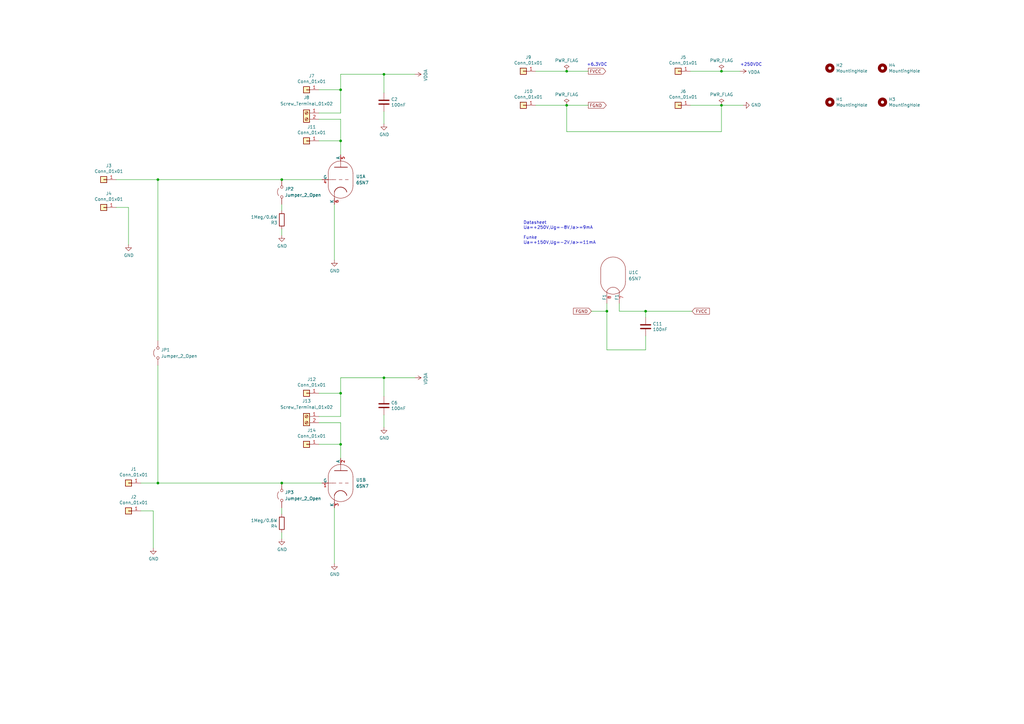
<source format=kicad_sch>
(kicad_sch (version 20231120) (generator "eeschema") (generator_version "8.0")
  (paper "A3")
  (title_block (title "Test Setup 6SN7") (date "2024-08-04") (rev "V1"))
  (lib_symbols
    (symbol "6SN7_1" (pin_names (offset 0))
      (property "Reference" "U" (at 3.302 7.874 0))
      (property "Value" "6SN7" (at 8.89 -7.62 0))
      (symbol "6SN7_1_0_1"
        (arc (start -5.08 -2.54) (mid 0 -7.5979) (end 5.08 -2.54))
        (polyline (pts (xy 5.08 2.54) (xy 5.08 -2.54)))
        (polyline (pts (xy -5.08 2.54) (xy -5.08 -2.54) (xy -5.08 -2.54)))
        (arc (start 5.08 2.54) (mid 0 7.5979) (end -5.08 2.54))
      )
      (symbol "6SN7_1_1_0"
        (polyline (pts (xy -2.54 -5.08) (xy -2.54 -7.62)))
        (polyline (pts (xy 0 5.08) (xy 0 7.62)))
      )
      (symbol "6SN7_1_1_1"
        (polyline (pts (xy -5.08 0) (xy -3.175 0)))
        (polyline (pts (xy -1.905 0) (xy -3.175 0)) (stroke (width 0.1524)))
        (polyline (pts (xy -0.635 0) (xy 0.635 0)) (stroke (width 0.1524)))
        (polyline (pts (xy 1.905 0) (xy 3.175 0)) (stroke (width 0.1524)))
        (polyline (pts (xy -2.54 5.08) (xy 2.794 5.08) (xy 2.794 5.08)) (stroke (width 0.254)))
        (arc (start 2.54 -5.08) (mid 0 -3.0968) (end -2.54 -5.08) (stroke (width 0.254)))
        (pin input line (at -7.62 0 0) (length 2.54) (name "G") (number "4"))
        (pin output line (at 0 10.16 270) (length 2.54) (name "A") (number "5"))
        (pin bidirectional line (at -2.54 -10.16 90) (length 2.54) (name "K") (number "6"))
      )
      (symbol "6SN7_1_2_0"
        (polyline (pts (xy -2.54 -5.08) (xy -2.54 -7.62)))
        (polyline (pts (xy 0 5.08) (xy 0 7.62)))
      )
      (symbol "6SN7_1_2_1"
        (polyline (pts (xy -5.08 0) (xy -3.175 0)))
        (polyline (pts (xy -1.905 0) (xy -3.175 0)) (stroke (width 0.1524)))
        (polyline (pts (xy -0.635 0) (xy 0.635 0)) (stroke (width 0.1524)))
        (polyline (pts (xy 1.905 0) (xy 3.175 0)) (stroke (width 0.1524)))
        (polyline (pts (xy -2.54 5.08) (xy 2.794 5.08) (xy 2.794 5.08)) (stroke (width 0.254)))
        (arc (start 2.54 -5.08) (mid 0 -3.0968) (end -2.54 -5.08) (stroke (width 0.254)))
        (pin input line (at -7.62 0 0) (length 2.54) (name "G") (number "1"))
        (pin output line (at 0 10.16 270) (length 2.54) (name "A") (number "2"))
        (pin bidirectional line (at -2.54 -10.16 90) (length 2.54) (name "K") (number "3"))
      )
      (symbol "6SN7_1_3_1"
        (arc (start 2.54 -6.35) (mid 0 -4.7847) (end -2.54 -6.35))
        (pin power_in line (at 2.54 -11.43 90) (length 5.08) (name "F1") (number "7"))
        (pin power_in line (at -2.54 -11.43 90) (length 5.08) (name "F1") (number "8"))
      )
    )
    (symbol "6SN7_2" (pin_names (offset 0))
      (property "Reference" "U" (at 3.302 7.874 0))
      (property "Value" "6SN7" (at 8.89 -7.62 0))
      (symbol "6SN7_2_0_1"
        (arc (start -5.08 -2.54) (mid 0 -7.5979) (end 5.08 -2.54))
        (polyline (pts (xy 5.08 2.54) (xy 5.08 -2.54)))
        (polyline (pts (xy -5.08 2.54) (xy -5.08 -2.54) (xy -5.08 -2.54)))
        (arc (start 5.08 2.54) (mid 0 7.5979) (end -5.08 2.54))
      )
      (symbol "6SN7_2_1_0"
        (polyline (pts (xy -2.54 -5.08) (xy -2.54 -7.62)))
        (polyline (pts (xy 0 5.08) (xy 0 7.62)))
      )
      (symbol "6SN7_2_1_1"
        (polyline (pts (xy -5.08 0) (xy -3.175 0)))
        (polyline (pts (xy -1.905 0) (xy -3.175 0)) (stroke (width 0.1524)))
        (polyline (pts (xy -0.635 0) (xy 0.635 0)) (stroke (width 0.1524)))
        (polyline (pts (xy 1.905 0) (xy 3.175 0)) (stroke (width 0.1524)))
        (polyline (pts (xy -2.54 5.08) (xy 2.794 5.08) (xy 2.794 5.08)) (stroke (width 0.254)))
        (arc (start 2.54 -5.08) (mid 0 -3.0968) (end -2.54 -5.08) (stroke (width 0.254)))
        (pin input line (at -7.62 0 0) (length 2.54) (name "G") (number "4"))
        (pin output line (at 0 10.16 270) (length 2.54) (name "A") (number "5"))
        (pin bidirectional line (at -2.54 -10.16 90) (length 2.54) (name "K") (number "6"))
      )
      (symbol "6SN7_2_2_0"
        (polyline (pts (xy -2.54 -5.08) (xy -2.54 -7.62)))
        (polyline (pts (xy 0 5.08) (xy 0 7.62)))
      )
      (symbol "6SN7_2_2_1"
        (polyline (pts (xy -5.08 0) (xy -3.175 0)))
        (polyline (pts (xy -1.905 0) (xy -3.175 0)) (stroke (width 0.1524)))
        (polyline (pts (xy -0.635 0) (xy 0.635 0)) (stroke (width 0.1524)))
        (polyline (pts (xy 1.905 0) (xy 3.175 0)) (stroke (width 0.1524)))
        (polyline (pts (xy -2.54 5.08) (xy 2.794 5.08) (xy 2.794 5.08)) (stroke (width 0.254)))
        (arc (start 2.54 -5.08) (mid 0 -3.0968) (end -2.54 -5.08) (stroke (width 0.254)))
        (pin input line (at -7.62 0 0) (length 2.54) (name "G") (number "1"))
        (pin output line (at 0 10.16 270) (length 2.54) (name "A") (number "2"))
        (pin bidirectional line (at -2.54 -10.16 90) (length 2.54) (name "K") (number "3"))
      )
      (symbol "6SN7_2_3_1"
        (arc (start 2.54 -6.35) (mid 0 -4.7847) (end -2.54 -6.35))
        (pin power_in line (at 2.54 -11.43 90) (length 5.08) (name "F1") (number "7"))
        (pin power_in line (at -2.54 -11.43 90) (length 5.08) (name "F1") (number "8"))
      )
    )
    (symbol "Connector:Screw_Terminal_01x02" (pin_names (offset 1.016) hide)
      (property "Reference" "J" (at 0 2.54 0))
      (property "Value" "Screw_Terminal_01x02" (at 0 -5.08 0))
      (symbol "Screw_Terminal_01x02_1_1"
        (rectangle (start -1.27 1.27) (end 1.27 -3.81) (stroke (width 0.254)) (fill (type background)))
        (circle (center 0 -2.54) (radius 0.635) (stroke (width 0.1524)))
        (polyline (pts (xy -0.5334 -2.2098) (xy 0.3302 -3.048)) (stroke (width 0.1524)))
        (polyline (pts (xy -0.5334 0.3302) (xy 0.3302 -0.508)) (stroke (width 0.1524)))
        (polyline (pts (xy -0.3556 -2.032) (xy 0.508 -2.8702)) (stroke (width 0.1524)))
        (polyline (pts (xy -0.3556 0.508) (xy 0.508 -0.3302)) (stroke (width 0.1524)))
        (circle (center 0 0) (radius 0.635) (stroke (width 0.1524)))
        (pin passive line (at -5.08 0 0) (length 3.81) (name "Pin_1") (number "1"))
        (pin passive line (at -5.08 -2.54 0) (length 3.81) (name "Pin_2") (number "2"))
      )
    )
    (symbol "Connector_Generic:Conn_01x01" (pin_names (offset 1.016) hide)
      (property "Reference" "J" (at 0 2.54 0))
      (property "Value" "Conn_01x01" (at 0 -2.54 0))
      (symbol "Conn_01x01_1_1"
        (rectangle (start -1.27 0.127) (end 0 -0.127) (stroke (width 0.1524)))
        (rectangle (start -1.27 1.27) (end 1.27 -1.27) (stroke (width 0.254)) (fill (type background)))
        (pin passive line (at -5.08 0 0) (length 3.81) (name "Pin_1") (number "1"))
      )
    )
    (symbol "Device:C" (pin_numbers hide) (pin_names (offset 0.254))
      (property "Reference" "C" (at 0.635 2.54 0))
      (property "Value" "C" (at 0.635 -2.54 0))
      (symbol "C_0_1"
        (polyline (pts (xy -2.032 -0.762) (xy 2.032 -0.762)) (stroke (width 0.508)))
        (polyline (pts (xy -2.032 0.762) (xy 2.032 0.762)) (stroke (width 0.508)))
      )
      (symbol "C_1_1"
        (pin passive line (at 0 3.81 270) (length 2.794) (name "~") (number "1"))
        (pin passive line (at 0 -3.81 90) (length 2.794) (name "~") (number "2"))
      )
    )
    (symbol "Device:R" (pin_numbers hide) (pin_names (offset 0))
      (property "Reference" "R" (at 2.032 0 90))
      (property "Value" "R" (at 0 0 90))
      (symbol "R_0_1"
        (rectangle (start -1.016 -2.54) (end 1.016 2.54) (stroke (width 0.254)))
      )
      (symbol "R_1_1"
        (pin passive line (at 0 3.81 270) (length 1.27) (name "~") (number "1"))
        (pin passive line (at 0 -3.81 90) (length 1.27) (name "~") (number "2"))
      )
    )
    (symbol "Jumper:Jumper_2_Open" (pin_numbers hide) (pin_names (offset 0) hide) (exclude_from_sim yes)
      (property "Reference" "JP" (at 0 2.794 0))
      (property "Value" "Jumper_2_Open" (at 0 -2.286 0))
      (symbol "Jumper_2_Open_0_0"
        (circle (center -2.032 0) (radius 0.508))
        (circle (center 2.032 0) (radius 0.508))
      )
      (symbol "Jumper_2_Open_0_1"
        (arc (start 1.524 1.27) (mid 0 1.778) (end -1.524 1.27))
      )
      (symbol "Jumper_2_Open_1_1"
        (pin passive line (at -5.08 0 0) (length 2.54) (name "A") (number "1"))
        (pin passive line (at 5.08 0 180) (length 2.54) (name "B") (number "2"))
      )
    )
    (symbol "Mechanical:MountingHole" (pin_names (offset 1.016))
      (property "Reference" "H" (at 0 5.08 0))
      (property "Value" "MountingHole" (at 0 3.175 0))
      (symbol "MountingHole_0_1"
        (circle (center 0 0) (radius 1.27) (stroke (width 1.27)))
      )
    )
    (symbol "kicad-snk:6SN7" (pin_names (offset 0))
      (property "Reference" "U" (at 3.302 7.874 0))
      (property "Value" "6SN7" (at 8.89 -7.62 0))
      (symbol "6SN7_0_1"
        (arc (start -5.08 -2.54) (mid 0 -7.5979) (end 5.08 -2.54))
        (polyline (pts (xy 5.08 2.54) (xy 5.08 -2.54)))
        (polyline (pts (xy -5.08 2.54) (xy -5.08 -2.54) (xy -5.08 -2.54)))
        (arc (start 5.08 2.54) (mid 0 7.5979) (end -5.08 2.54))
      )
      (symbol "6SN7_1_0"
        (polyline (pts (xy -2.54 -5.08) (xy -2.54 -7.62)))
        (polyline (pts (xy 0 5.08) (xy 0 7.62)))
      )
      (symbol "6SN7_1_1"
        (polyline (pts (xy -5.08 0) (xy -3.175 0)))
        (polyline (pts (xy -1.905 0) (xy -3.175 0)) (stroke (width 0.1524)))
        (polyline (pts (xy -0.635 0) (xy 0.635 0)) (stroke (width 0.1524)))
        (polyline (pts (xy 1.905 0) (xy 3.175 0)) (stroke (width 0.1524)))
        (polyline (pts (xy -2.54 5.08) (xy 2.794 5.08) (xy 2.794 5.08)) (stroke (width 0.254)))
        (arc (start 2.54 -5.08) (mid 0 -3.0968) (end -2.54 -5.08) (stroke (width 0.254)))
        (pin input line (at -7.62 0 0) (length 2.54) (name "G") (number "4"))
        (pin output line (at 0 10.16 270) (length 2.54) (name "A") (number "5"))
        (pin bidirectional line (at -2.54 -10.16 90) (length 2.54) (name "K") (number "6"))
      )
      (symbol "6SN7_2_0"
        (polyline (pts (xy -2.54 -5.08) (xy -2.54 -7.62)))
        (polyline (pts (xy 0 5.08) (xy 0 7.62)))
      )
      (symbol "6SN7_2_1"
        (polyline (pts (xy -5.08 0) (xy -3.175 0)))
        (polyline (pts (xy -1.905 0) (xy -3.175 0)) (stroke (width 0.1524)))
        (polyline (pts (xy -0.635 0) (xy 0.635 0)) (stroke (width 0.1524)))
        (polyline (pts (xy 1.905 0) (xy 3.175 0)) (stroke (width 0.1524)))
        (polyline (pts (xy -2.54 5.08) (xy 2.794 5.08) (xy 2.794 5.08)) (stroke (width 0.254)))
        (arc (start 2.54 -5.08) (mid 0 -3.0968) (end -2.54 -5.08) (stroke (width 0.254)))
        (pin input line (at -7.62 0 0) (length 2.54) (name "G") (number "1"))
        (pin output line (at 0 10.16 270) (length 2.54) (name "A") (number "2"))
        (pin bidirectional line (at -2.54 -10.16 90) (length 2.54) (name "K") (number "3"))
      )
      (symbol "6SN7_3_1"
        (polyline (pts (xy 0 7.62) (xy 0 -1.27)) (stroke (width 0) (type dash)))
        (arc (start 2.54 -6.35) (mid 0 -4.7847) (end -2.54 -6.35))
        (pin power_in line (at 2.54 -11.43 90) (length 5.08) (name "F1") (number "7"))
        (pin power_in line (at -2.54 -11.43 90) (length 5.08) (name "F1") (number "8"))
        (pin passive line (at 0 12.7 270) (length 5.08) (name "S") (number "9"))
      )
    )
    (symbol "power:GND" (power) (pin_names (offset 0))
      (property "Value" "GND" (at 0 -3.81 0))
      (symbol "GND_0_1"
        (polyline (pts (xy 0 0) (xy 0 -1.27) (xy 1.27 -1.27) (xy 0 -2.54) (xy -1.27 -1.27) (xy 0 -1.27)))
      )
      (symbol "GND_1_1"
        (pin power_in line (at 0 0 270) (length 0) hide (name "GND") (number "1"))
      )
    )
    (symbol "power:PWR_FLAG" (power) (pin_numbers hide) (pin_names (offset 0) hide)
      (property "Value" "PWR_FLAG" (at 0 3.81 0))
      (symbol "PWR_FLAG_0_0"
        (pin power_out line (at 0 0 90) (length 0) (name "pwr") (number "1"))
      )
      (symbol "PWR_FLAG_0_1"
        (polyline (pts (xy 0 0) (xy 0 1.27) (xy -1.016 1.905) (xy 0 2.54) (xy 1.016 1.905) (xy 0 1.27)))
      )
    )
    (symbol "power:VDDA" (power) (pin_names (offset 0))
      (property "Value" "VDDA" (at 0 3.81 0))
      (symbol "VDDA_0_1"
        (polyline (pts (xy -0.762 1.27) (xy 0 2.54)))
        (polyline (pts (xy 0 0) (xy 0 2.54)))
        (polyline (pts (xy 0 2.54) (xy 0.762 1.27)))
      )
      (symbol "VDDA_1_1"
        (pin power_in line (at 0 0 90) (length 0) hide (name "VDDA") (number "1"))
      )
    )
  )
  (junction (at 64.77 73.66))
  (junction (at 115.57 73.66))
  (junction (at 157.48 154.94))
  (junction (at 248.92 127.635))
  (junction (at 295.91 43.18))
  (junction (at 139.7 182.245))
  (junction (at 264.795 127.635))
  (junction (at 157.48 30.48))
  (junction (at 232.41 43.18))
  (junction (at 295.91 29.21))
  (junction (at 139.7 36.83))
  (junction (at 139.7 161.29))
  (junction (at 64.77 198.12))
  (junction (at 115.57 198.12))
  (junction (at 139.7 57.785))
  (junction (at 232.41 29.21))
  (wire (pts (xy 232.41 53.975) (xy 232.41 43.18)))
  (wire (pts (xy 232.41 53.975) (xy 295.91 53.975)))
  (wire (pts (xy 115.57 198.12) (xy 132.08 198.12)))
  (wire (pts (xy 157.48 154.94) (xy 170.18 154.94)))
  (wire (pts (xy 115.57 83.82) (xy 115.57 86.36)))
  (wire (pts (xy 115.57 93.98) (xy 115.57 96.52)))
  (wire (pts (xy 157.48 30.48) (xy 170.18 30.48)))
  (wire (pts (xy 139.7 48.895) (xy 139.7 57.785)))
  (wire (pts (xy 157.48 50.8) (xy 157.48 45.72)))
  (wire (pts (xy 130.81 46.355) (xy 139.7 46.355)))
  (wire (pts (xy 139.7 161.29) (xy 139.7 170.815)))
  (wire (pts (xy 264.795 137.795) (xy 264.795 143.51)))
  (wire (pts (xy 64.77 73.66) (xy 115.57 73.66)))
  (wire (pts (xy 115.57 73.66) (xy 132.08 73.66)))
  (wire (pts (xy 264.795 127.635) (xy 283.845 127.635)))
  (wire (pts (xy 219.71 43.18) (xy 232.41 43.18)))
  (wire (pts (xy 157.48 162.56) (xy 157.48 154.94)))
  (wire (pts (xy 248.92 127.635) (xy 248.92 143.51)))
  (wire (pts (xy 295.91 29.21) (xy 283.21 29.21)))
  (wire (pts (xy 62.865 224.79) (xy 62.865 209.55)))
  (wire (pts (xy 303.53 29.21) (xy 295.91 29.21)))
  (wire (pts (xy 115.57 218.44) (xy 115.57 220.98)))
  (wire (pts (xy 264.795 127.635) (xy 264.795 130.175)))
  (wire (pts (xy 52.705 85.09) (xy 47.625 85.09)))
  (wire (pts (xy 254 127.635) (xy 254 124.46)))
  (wire (pts (xy 130.81 182.245) (xy 139.7 182.245)))
  (wire (pts (xy 139.7 36.83) (xy 139.7 46.355)))
  (wire (pts (xy 62.865 209.55) (xy 57.785 209.55)))
  (wire (pts (xy 157.48 175.26) (xy 157.48 170.18)))
  (wire (pts (xy 137.16 208.28) (xy 137.16 231.14)))
  (wire (pts (xy 139.7 48.895) (xy 130.81 48.895)))
  (wire (pts (xy 57.785 198.12) (xy 64.77 198.12)))
  (wire (pts (xy 137.16 83.82) (xy 137.16 106.68)))
  (wire (pts (xy 283.21 43.18) (xy 295.91 43.18)))
  (wire (pts (xy 232.41 29.21) (xy 241.3 29.21)))
  (wire (pts (xy 64.77 73.66) (xy 64.77 139.7)))
  (wire (pts (xy 130.81 161.29) (xy 139.7 161.29)))
  (wire (pts (xy 47.625 73.66) (xy 64.77 73.66)))
  (wire (pts (xy 295.91 43.18) (xy 304.8 43.18)))
  (wire (pts (xy 157.48 38.1) (xy 157.48 30.48)))
  (wire (pts (xy 52.705 100.33) (xy 52.705 85.09)))
  (wire (pts (xy 248.92 143.51) (xy 264.795 143.51)))
  (wire (pts (xy 254 127.635) (xy 264.795 127.635)))
  (wire (pts (xy 139.7 173.355) (xy 139.7 182.245)))
  (wire (pts (xy 139.7 30.48) (xy 139.7 36.83)))
  (wire (pts (xy 139.7 173.355) (xy 130.81 173.355)))
  (wire (pts (xy 232.41 29.21) (xy 219.71 29.21)))
  (wire (pts (xy 139.7 182.245) (xy 139.7 187.96)))
  (wire (pts (xy 232.41 43.18) (xy 241.3 43.18)))
  (wire (pts (xy 248.92 127.635) (xy 248.92 124.46)))
  (wire (pts (xy 295.91 53.975) (xy 295.91 43.18)))
  (wire (pts (xy 139.7 154.94) (xy 157.48 154.94)))
  (wire (pts (xy 115.57 208.28) (xy 115.57 210.82)))
  (wire (pts (xy 130.81 170.815) (xy 139.7 170.815)))
  (wire (pts (xy 64.77 198.12) (xy 115.57 198.12)))
  (wire (pts (xy 130.81 36.83) (xy 139.7 36.83)))
  (wire (pts (xy 242.57 127.635) (xy 248.92 127.635)))
  (wire (pts (xy 139.7 57.785) (xy 139.7 63.5)))
  (wire (pts (xy 139.7 30.48) (xy 157.48 30.48)))
  (wire (pts (xy 139.7 154.94) (xy 139.7 161.29)))
  (wire (pts (xy 130.81 57.785) (xy 139.7 57.785)))
  (wire (pts (xy 64.77 149.86) (xy 64.77 198.12)))
  (text "+6.3VDC" (at 240.665 27.305 0) (effects (font (size 1.27 1.27)) (justify left bottom)))
  (text "Datasheet\nUa=+250V,Ug=-8V,Ia>=9mA\n\nFunke\nUa=+150V,Ug=-2V,Ia>=11mA" (at 214.63 100.33 0) (effects (font (size 1.27 1.27)) (justify left bottom)))
  (text "+250VDC" (at 303.53 27.305 0) (effects (font (size 1.27 1.27)) (justify left bottom)))
  (global_label "FGND" (shape output) (at 241.3 43.18 0) (property "Intersheetrefs" "${INTERSHEET_REFS}" (effects (hide yes))))
  (global_label "FVCC" (shape output) (at 241.3 29.21 0) (property "Intersheetrefs" "${INTERSHEET_REFS}" (effects (hide yes))))
  (global_label "FGND" (shape input) (at 242.57 127.635 180) (property "Intersheetrefs" "${INTERSHEET_REFS}" (effects (hide yes))))
  (global_label "FVCC" (shape input) (at 283.845 127.635 0) (property "Intersheetrefs" "${INTERSHEET_REFS}" (effects (hide yes))))
  (symbol (lib_id "Connector_Generic:Conn_01x01") (at 42.545 73.66 180) (unit 1)
    (property "Reference" "J3" (at 44.6278 67.945 0))
    (property "Value" "Conn_01x01" (at 44.6278 70.2564 0))
    (property "Footprint" "Connector_Pin:Pin_D1.0mm_L10.0mm" (effects (hide yes)))
  )
  (symbol (lib_id "Connector_Generic:Conn_01x01") (at 42.545 85.09 180) (unit 1)
    (property "Reference" "J4" (at 44.6278 79.375 0))
    (property "Value" "Conn_01x01" (at 44.6278 81.6864 0))
    (property "Footprint" "Connector_Pin:Pin_D1.0mm_L10.0mm" (effects (hide yes)))
  )
  (symbol (lib_id "Connector_Generic:Conn_01x01") (at 278.13 29.21 180) (unit 1)
    (property "Reference" "J5" (at 280.2128 23.495 0))
    (property "Value" "Conn_01x01" (at 280.2128 25.8064 0))
    (property "Footprint" "Connector_Pin:Pin_D1.3mm_L11.0mm" (effects (hide yes)))
  )
  (symbol (lib_id "Connector_Generic:Conn_01x01") (at 278.13 43.18 180) (unit 1)
    (property "Reference" "J6" (at 280.2128 37.465 0))
    (property "Value" "Conn_01x01" (at 280.2128 39.7764 0))
    (property "Footprint" "Connector_Pin:Pin_D1.3mm_L11.0mm" (effects (hide yes)))
  )
  (symbol (lib_id "Mechanical:MountingHole") (at 340.36 27.94 0) (unit 1)
    (property "Reference" "H2" (at 342.9 26.7716 0) (effects (justify left)))
    (property "Value" "MountingHole" (at 342.9 29.083 0) (effects (justify left)))
    (property "Footprint" "MountingHole:MountingHole_3.2mm_M3_Pad_Via" (effects (hide yes)))
  )
  (symbol (lib_id "Mechanical:MountingHole") (at 361.95 27.94 0) (unit 1)
    (property "Reference" "H4" (at 364.49 26.7716 0) (effects (justify left)))
    (property "Value" "MountingHole" (at 364.49 29.083 0) (effects (justify left)))
    (property "Footprint" "MountingHole:MountingHole_3.2mm_M3_Pad_Via" (effects (hide yes)))
  )
  (symbol (lib_id "Mechanical:MountingHole") (at 340.36 41.91 0) (unit 1)
    (property "Reference" "H1" (at 342.9 40.7416 0) (effects (justify left)))
    (property "Value" "MountingHole" (at 342.9 43.053 0) (effects (justify left)))
    (property "Footprint" "MountingHole:MountingHole_3.2mm_M3_Pad_Via" (effects (hide yes)))
  )
  (symbol (lib_id "Mechanical:MountingHole") (at 361.95 41.91 0) (unit 1)
    (property "Reference" "H3" (at 364.49 40.7416 0) (effects (justify left)))
    (property "Value" "MountingHole" (at 364.49 43.053 0) (effects (justify left)))
    (property "Footprint" "MountingHole:MountingHole_3.2mm_M3_Pad_Via" (effects (hide yes)))
  )
  (symbol (lib_id "power:PWR_FLAG") (at 295.91 29.21 0) (unit 1)
    (property "Reference" "#FLG04" (effects (hide yes)))
    (property "Value" "PWR_FLAG" (at 295.91 24.8158 0))
  )
  (symbol (lib_id "power:GND") (at 304.8 43.18 90) (unit 1)
    (property "Reference" "#PWR05" (effects (hide yes)))
    (property "Value" "GND" (at 308.0512 43.053 90) (effects (justify right)))
  )
  (symbol (lib_id "power:PWR_FLAG") (at 295.91 43.18 0) (unit 1)
    (property "Reference" "#FLG03" (effects (hide yes)))
    (property "Value" "PWR_FLAG" (at 295.91 38.7858 0))
  )
  (symbol (lib_id "power:VDDA") (at 303.53 29.21 270) (unit 1)
    (property "Reference" "#PWR07" (effects (hide yes)))
    (property "Value" "VDDA" (at 306.7812 29.591 90) (effects (justify left)))
  )
  (symbol (lib_id "Device:C") (at 157.48 41.91 0) (unit 1)
    (property "Reference" "C2" (at 160.401 40.7416 0) (effects (justify left)))
    (property "Value" "100nF" (at 160.401 43.053 0) (effects (justify left)))
    (property "Footprint" "Capacitor_THT:C_Rect_L16.5mm_W5.0mm_P15.00mm_MKT" (effects (hide yes)))
  )
  (symbol (lib_id "power:GND") (at 157.48 50.8 0) (unit 1)
    (property "Reference" "#PWR011" (effects (hide yes)))
    (property "Value" "GND" (at 157.607 55.1942 0))
  )
  (symbol (lib_id "power:GND") (at 52.705 100.33 0) (unit 1)
    (property "Reference" "#PWR03" (effects (hide yes)))
    (property "Value" "GND" (at 52.832 104.7242 0))
  )
  (symbol (lib_id "power:VDDA") (at 170.18 30.48 270) (unit 1)
    (property "Reference" "#PWR013" (effects (hide yes)))
    (property "Value" "VDDA" (at 174.5742 30.861 0))
  )
  (symbol (lib_id "Connector_Generic:Conn_01x01") (at 214.63 29.21 180) (unit 1)
    (property "Reference" "J9" (at 216.7128 23.495 0))
    (property "Value" "Conn_01x01" (at 216.7128 25.8064 0))
    (property "Footprint" "Connector_Pin:Pin_D1.3mm_L11.0mm" (effects (hide yes)))
  )
  (symbol (lib_id "Connector_Generic:Conn_01x01") (at 214.63 43.18 180) (unit 1)
    (property "Reference" "J10" (at 216.7128 37.465 0))
    (property "Value" "Conn_01x01" (at 216.7128 39.7764 0))
    (property "Footprint" "Connector_Pin:Pin_D1.3mm_L11.0mm" (effects (hide yes)))
  )
  (symbol (lib_id "power:PWR_FLAG") (at 232.41 29.21 0) (unit 1)
    (property "Reference" "#FLG01" (effects (hide yes)))
    (property "Value" "PWR_FLAG" (at 232.41 24.8158 0))
  )
  (symbol (lib_id "power:PWR_FLAG") (at 232.41 43.18 0) (unit 1)
    (property "Reference" "#FLG02" (effects (hide yes)))
    (property "Value" "PWR_FLAG" (at 232.41 38.7858 0))
  )
  (symbol (lib_id "Device:C") (at 264.795 133.985 0) (unit 1)
    (property "Reference" "C11" (at 267.716 132.8166 0) (effects (justify left)))
    (property "Value" "100nF" (at 267.716 135.128 0) (effects (justify left)))
    (property "Footprint" "Capacitor_THT:C_Rect_L7.2mm_W2.5mm_P5.00mm_FKS2_FKP2_MKS2_MKP2" (effects (hide yes)))
  )
  (symbol (lib_id "Jumper:Jumper_2_Open") (at 115.57 78.74 90) (unit 1) (exclude_from_sim yes)
    (property "Reference" "JP2" (at 116.84 77.4699 90) (effects (justify right)))
    (property "Value" "Jumper_2_Open" (at 116.84 80.0099 90) (effects (justify right)))
    (property "Footprint" "Connector_PinHeader_2.54mm:PinHeader_1x02_P2.54mm_Vertical" (effects (hide yes)))
    (property "Description" "Jumper, 2-pole, open" (effects (hide yes)))
  )
  (symbol (lib_id "power:GND") (at 62.865 224.79 0) (unit 1)
    (property "Reference" "#PWR0107" (effects (hide yes)))
    (property "Value" "GND" (at 62.992 229.1842 0))
  )
  (symbol (lib_id "Connector:Screw_Terminal_01x02") (at 125.73 46.355 0) (mirror y) (unit 1)
    (property "Reference" "J8" (at 125.73 40.005 0))
    (property "Value" "Screw_Terminal_01x02" (at 125.73 42.545 0))
    (property "Footprint" "TerminalBlock_RND:TerminalBlock_RND_205-00012_1x02_P5.00mm_Horizontal" (effects (hide yes)))
  )
  (symbol (lib_name "6SN7_1") (lib_id "kicad-snk:6SN7") (at 139.7 73.66 0) (unit 1)
    (property "Reference" "U1" (at 146.05 72.3899 0) (effects (justify left)))
    (property "Value" "6SN7" (at 146.05 74.9299 0) (effects (justify left)))
    (property "Footprint" "kicad-snk:TubeOctal" (effects (hide yes)))
    (property "Datasheet" "https://frank.pocnet.net/sheets/049/6/6SN7GTA.pdf" (effects (hide yes)))
    (property "Description" "double triode" (effects (hide yes)))
  )
  (symbol (lib_id "power:GND") (at 157.48 175.26 0) (unit 1)
    (property "Reference" "#PWR08" (effects (hide yes)))
    (property "Value" "GND" (at 157.607 179.6542 0))
  )
  (symbol (lib_id "kicad-snk:6SN7") (at 139.7 198.12 0) (unit 2)
    (property "Reference" "U1" (at 146.05 196.8499 0) (effects (justify left)))
    (property "Value" "6SN7" (at 146.05 199.3899 0) (effects (justify left)))
    (property "Footprint" "kicad-snk:TubeOctal" (effects (hide yes)))
    (property "Datasheet" "https://frank.pocnet.net/sheets/049/6/6SN7GTA.pdf" (effects (hide yes)))
    (property "Description" "double triode" (effects (hide yes)))
  )
  (symbol (lib_id "Connector_Generic:Conn_01x01") (at 125.73 161.29 180) (unit 1)
    (property "Reference" "J12" (at 127.8128 155.575 0))
    (property "Value" "Conn_01x01" (at 127.8128 157.8864 0))
    (property "Footprint" "Connector_Pin:Pin_D1.0mm_L10.0mm" (effects (hide yes)))
  )
  (symbol (lib_id "Jumper:Jumper_2_Open") (at 115.57 203.2 90) (unit 1) (exclude_from_sim yes)
    (property "Reference" "JP3" (at 116.84 201.9299 90) (effects (justify right)))
    (property "Value" "Jumper_2_Open" (at 116.84 204.4699 90) (effects (justify right)))
    (property "Footprint" "Connector_PinHeader_2.54mm:PinHeader_1x02_P2.54mm_Vertical" (effects (hide yes)))
    (property "Description" "Jumper, 2-pole, open" (effects (hide yes)))
  )
  (symbol (lib_id "Jumper:Jumper_2_Open") (at 64.77 144.78 90) (unit 1) (exclude_from_sim yes)
    (property "Reference" "JP1" (at 66.04 143.5099 90) (effects (justify right)))
    (property "Value" "Jumper_2_Open" (at 66.04 146.0499 90) (effects (justify right)))
    (property "Footprint" "Connector_PinHeader_2.54mm:PinHeader_1x02_P2.54mm_Vertical" (effects (hide yes)))
    (property "Description" "Jumper, 2-pole, open" (effects (hide yes)))
  )
  (symbol (lib_id "Device:R") (at 115.57 214.63 180) (unit 1)
    (property "Reference" "R4" (at 113.792 215.7984 0) (effects (justify left)))
    (property "Value" "1Meg/0.6W" (at 113.792 213.487 0) (effects (justify left)))
    (property "Footprint" "Resistor_THT:R_Axial_DIN0207_L6.3mm_D2.5mm_P10.16mm_Horizontal" (effects (hide yes)))
  )
  (symbol (lib_id "power:GND") (at 137.16 106.68 0) (unit 1)
    (property "Reference" "#PWR02" (effects (hide yes)))
    (property "Value" "GND" (at 137.287 111.0742 0))
  )
  (symbol (lib_id "Device:R") (at 115.57 90.17 180) (unit 1)
    (property "Reference" "R3" (at 113.792 91.3384 0) (effects (justify left)))
    (property "Value" "1Meg/0.6W" (at 113.792 89.027 0) (effects (justify left)))
    (property "Footprint" "Resistor_THT:R_Axial_DIN0207_L6.3mm_D2.5mm_P10.16mm_Horizontal" (effects (hide yes)))
  )
  (symbol (lib_name "6SN7_2") (lib_id "kicad-snk:6SN7") (at 251.46 113.03 0) (unit 3)
    (property "Reference" "U1" (at 257.81 111.7488 0) (effects (justify left)))
    (property "Value" "6SN7" (at 257.81 114.2888 0) (effects (justify left)))
    (property "Footprint" "kicad-snk:TubeOctal" (effects (hide yes)))
    (property "Datasheet" "https://frank.pocnet.net/sheets/049/6/6SN7GTA.pdf" (effects (hide yes)))
    (property "Description" "double triode" (effects (hide yes)))
  )
  (symbol (lib_id "Connector_Generic:Conn_01x01") (at 52.705 198.12 180) (unit 1)
    (property "Reference" "J1" (at 54.7878 192.405 0))
    (property "Value" "Conn_01x01" (at 54.7878 194.7164 0))
    (property "Footprint" "Connector_Pin:Pin_D1.0mm_L10.0mm" (effects (hide yes)))
  )
  (symbol (lib_id "power:GND") (at 137.16 231.14 0) (unit 1)
    (property "Reference" "#PWR09" (effects (hide yes)))
    (property "Value" "GND" (at 137.287 235.5342 0))
  )
  (symbol (lib_id "Connector_Generic:Conn_01x01") (at 125.73 182.245 180) (unit 1)
    (property "Reference" "J14" (at 127.8128 176.53 0))
    (property "Value" "Conn_01x01" (at 127.8128 178.8414 0))
    (property "Footprint" "Connector_Pin:Pin_D1.0mm_L10.0mm" (effects (hide yes)))
  )
  (symbol (lib_id "Connector_Generic:Conn_01x01") (at 52.705 209.55 180) (unit 1)
    (property "Reference" "J2" (at 54.7878 203.835 0))
    (property "Value" "Conn_01x01" (at 54.7878 206.1464 0))
    (property "Footprint" "Connector_Pin:Pin_D1.0mm_L10.0mm" (effects (hide yes)))
  )
  (symbol (lib_id "Device:C") (at 157.48 166.37 0) (unit 1)
    (property "Reference" "C6" (at 160.401 165.2016 0) (effects (justify left)))
    (property "Value" "100nF" (at 160.401 167.513 0) (effects (justify left)))
    (property "Footprint" "Capacitor_THT:C_Rect_L16.5mm_W5.0mm_P15.00mm_MKT" (effects (hide yes)))
  )
  (symbol (lib_id "power:GND") (at 115.57 96.52 0) (unit 1)
    (property "Reference" "#PWR06" (effects (hide yes)))
    (property "Value" "GND" (at 115.697 100.9142 0))
  )
  (symbol (lib_id "power:GND") (at 115.57 220.98 0) (unit 1)
    (property "Reference" "#PWR04" (effects (hide yes)))
    (property "Value" "GND" (at 115.697 225.3742 0))
  )
  (symbol (lib_id "power:VDDA") (at 170.18 154.94 270) (unit 1)
    (property "Reference" "#PWR0102" (effects (hide yes)))
    (property "Value" "VDDA" (at 174.5742 155.321 0))
  )
  (symbol (lib_id "Connector:Screw_Terminal_01x02") (at 125.73 170.815 0) (mirror y) (unit 1)
    (property "Reference" "J13" (at 125.73 164.465 0))
    (property "Value" "Screw_Terminal_01x02" (at 125.73 167.005 0))
    (property "Footprint" "TerminalBlock_RND:TerminalBlock_RND_205-00012_1x02_P5.00mm_Horizontal" (effects (hide yes)))
  )
  (symbol (lib_id "Connector_Generic:Conn_01x01") (at 125.73 57.785 180) (unit 1)
    (property "Reference" "J11" (at 127.8128 52.07 0))
    (property "Value" "Conn_01x01" (at 127.8128 54.3814 0))
    (property "Footprint" "Connector_Pin:Pin_D1.0mm_L10.0mm" (effects (hide yes)))
  )
  (symbol (lib_id "Connector_Generic:Conn_01x01") (at 125.73 36.83 180) (unit 1)
    (property "Reference" "J7" (at 127.8128 31.115 0))
    (property "Value" "Conn_01x01" (at 127.8128 33.4264 0))
    (property "Footprint" "Connector_Pin:Pin_D1.0mm_L10.0mm" (effects (hide yes)))
  )
)
</source>
